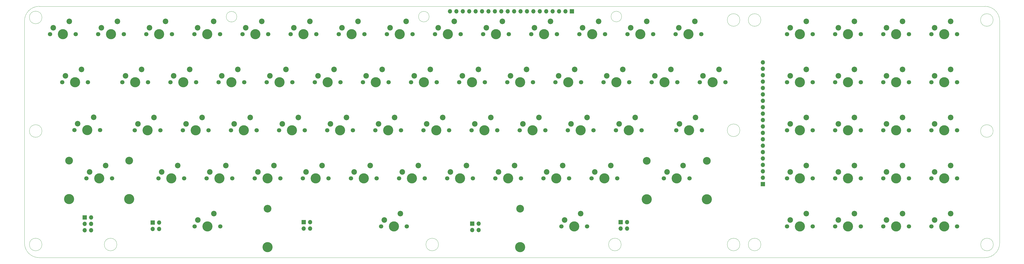
<source format=gts>
G04 #@! TF.GenerationSoftware,KiCad,Pcbnew,(5.1.9)-1*
G04 #@! TF.CreationDate,2021-03-31T21:28:56-04:00*
G04 #@! TF.ProjectId,petkn,7065746b-6e2e-46b6-9963-61645f706362,rev?*
G04 #@! TF.SameCoordinates,Original*
G04 #@! TF.FileFunction,Soldermask,Top*
G04 #@! TF.FilePolarity,Negative*
%FSLAX46Y46*%
G04 Gerber Fmt 4.6, Leading zero omitted, Abs format (unit mm)*
G04 Created by KiCad (PCBNEW (5.1.9)-1) date 2021-03-31 21:28:56*
%MOMM*%
%LPD*%
G01*
G04 APERTURE LIST*
G04 #@! TA.AperFunction,Profile*
%ADD10C,0.050000*%
G04 #@! TD*
%ADD11C,3.050000*%
%ADD12C,4.000000*%
%ADD13C,1.700000*%
%ADD14C,2.200000*%
%ADD15O,1.700000X1.700000*%
%ADD16R,1.700000X1.700000*%
G04 APERTURE END LIST*
D10*
X101351853Y-52705000D02*
G75*
G03*
X101351853Y-52705000I-2101353J0D01*
G01*
X253688353Y-52641500D02*
G75*
G03*
X253688353Y-52641500I-2101353J0D01*
G01*
X177482853Y-52666500D02*
G75*
G03*
X177482853Y-52666500I-2101353J0D01*
G01*
X300500000Y-143002000D02*
G75*
G03*
X300500000Y-143002000I-2500000J0D01*
G01*
X300500000Y-54000000D02*
G75*
G03*
X300500000Y-54000000I-2500000J0D01*
G01*
X300500000Y-97726500D02*
G75*
G03*
X300500000Y-97726500I-2500000J0D01*
G01*
X17272000Y-54419500D02*
X17272000Y-142367000D01*
X403352000Y-54419500D02*
X403352000Y-142367000D01*
X23114000Y-48577500D02*
X397510000Y-48577500D01*
X24217000Y-98000000D02*
G75*
G03*
X24217000Y-98000000I-2500000J0D01*
G01*
X24217000Y-53000000D02*
G75*
G03*
X24217000Y-53000000I-2500000J0D01*
G01*
X400772000Y-98000000D02*
G75*
G03*
X400772000Y-98000000I-2500000J0D01*
G01*
X23114000Y-148209000D02*
X397510000Y-148209000D01*
X397510000Y-48577500D02*
G75*
G02*
X403352000Y-54419500I0J-5842000D01*
G01*
X53871500Y-143000000D02*
G75*
G03*
X53871500Y-143000000I-2500000J0D01*
G01*
X24217000Y-143000000D02*
G75*
G03*
X24217000Y-143000000I-2500000J0D01*
G01*
X181189000Y-143000000D02*
G75*
G03*
X181189000Y-143000000I-2500000J0D01*
G01*
X253515500Y-143000000D02*
G75*
G03*
X253515500Y-143000000I-2500000J0D01*
G01*
X308824000Y-143000000D02*
G75*
G03*
X308824000Y-143000000I-2500000J0D01*
G01*
X400835500Y-143000000D02*
G75*
G03*
X400835500Y-143000000I-2500000J0D01*
G01*
X17272000Y-54419500D02*
G75*
G02*
X23114000Y-48577500I5842000J0D01*
G01*
X403352000Y-142367000D02*
G75*
G02*
X397510000Y-148209000I-5842000J0D01*
G01*
X308824000Y-54000000D02*
G75*
G03*
X308824000Y-54000000I-2500000J0D01*
G01*
X23114000Y-148209000D02*
G75*
G02*
X17272000Y-142367000I0J5842000D01*
G01*
X400772000Y-54000000D02*
G75*
G03*
X400772000Y-54000000I-2500000J0D01*
G01*
D11*
X213538000Y-128826500D03*
X113538000Y-128826500D03*
D12*
X113538000Y-144066500D03*
X213538000Y-144066500D03*
D13*
X168618000Y-135826500D03*
X158458000Y-135826500D03*
D12*
X163538000Y-135826500D03*
D14*
X159728000Y-133286500D03*
X166078000Y-130746500D03*
D15*
X70548500Y-136842500D03*
X68008500Y-136842500D03*
X70548500Y-134302500D03*
D16*
X68008500Y-134302500D03*
D15*
X130365500Y-136652000D03*
X127825500Y-136652000D03*
X130365500Y-134112000D03*
D16*
X127825500Y-134112000D03*
D15*
X197040500Y-137223500D03*
X194500500Y-137223500D03*
X197040500Y-134683500D03*
D16*
X194500500Y-134683500D03*
D15*
X255816100Y-136690100D03*
X253276100Y-136690100D03*
X255816100Y-134150100D03*
D16*
X253276100Y-134150100D03*
D15*
X43688000Y-137350500D03*
X41148000Y-137350500D03*
X43688000Y-134810500D03*
X41148000Y-134810500D03*
X43688000Y-132270500D03*
D16*
X41148000Y-132270500D03*
D13*
X47244000Y-97663000D03*
X37084000Y-97663000D03*
D12*
X42164000Y-97663000D03*
D14*
X38354000Y-95123000D03*
X44704000Y-92583000D03*
D13*
X94805500Y-135826500D03*
X84645500Y-135826500D03*
D12*
X89725500Y-135826500D03*
D14*
X85915500Y-133286500D03*
X92265500Y-130746500D03*
X35052000Y-54546500D03*
X28702000Y-57086500D03*
D12*
X32512000Y-59626500D03*
D13*
X27432000Y-59626500D03*
X37592000Y-59626500D03*
D11*
X287401000Y-109791500D03*
X263601000Y-109791500D03*
D12*
X263601000Y-125031500D03*
X287401000Y-125031500D03*
D13*
X280581000Y-116791500D03*
X270421000Y-116791500D03*
D12*
X275501000Y-116791500D03*
D14*
X271691000Y-114251500D03*
X278041000Y-111711500D03*
X187452000Y-54546500D03*
X181102000Y-57086500D03*
D12*
X184912000Y-59626500D03*
D13*
X179832000Y-59626500D03*
X189992000Y-59626500D03*
D15*
X309562500Y-70764400D03*
X309562500Y-73304400D03*
X309562500Y-75844400D03*
X309562500Y-78384400D03*
X309562500Y-80924400D03*
X309562500Y-83464400D03*
X309562500Y-86004400D03*
X309562500Y-88544400D03*
X309562500Y-91084400D03*
X309562500Y-93624400D03*
X309562500Y-96164400D03*
X309562500Y-98704400D03*
X309562500Y-101244400D03*
X309562500Y-103784400D03*
X309562500Y-106324400D03*
X309562500Y-108864400D03*
X309562500Y-111404400D03*
X309562500Y-113944400D03*
X309562500Y-116484400D03*
D16*
X309562500Y-119024400D03*
D13*
X209042000Y-59626500D03*
X198882000Y-59626500D03*
D12*
X203962000Y-59626500D03*
D14*
X200152000Y-57086500D03*
X206502000Y-54546500D03*
X196977000Y-73596500D03*
X190627000Y-76136500D03*
D12*
X194437000Y-78676500D03*
D13*
X189357000Y-78676500D03*
X199517000Y-78676500D03*
X75692000Y-59626500D03*
X65532000Y-59626500D03*
D12*
X70612000Y-59626500D03*
D14*
X66802000Y-57086500D03*
X73152000Y-54546500D03*
D13*
X228092000Y-59626500D03*
X217932000Y-59626500D03*
D12*
X223012000Y-59626500D03*
D14*
X219202000Y-57086500D03*
X225552000Y-54546500D03*
D13*
X348361000Y-135839200D03*
X338201000Y-135839200D03*
D12*
X343281000Y-135839200D03*
D14*
X339471000Y-133299200D03*
X345821000Y-130759200D03*
X111252000Y-54546500D03*
X104902000Y-57086500D03*
D12*
X108712000Y-59626500D03*
D13*
X103632000Y-59626500D03*
X113792000Y-59626500D03*
X151892000Y-59626500D03*
X141732000Y-59626500D03*
D12*
X146812000Y-59626500D03*
D14*
X143002000Y-57086500D03*
X149352000Y-54546500D03*
D13*
X240030000Y-135826500D03*
X229870000Y-135826500D03*
D12*
X234950000Y-135826500D03*
D14*
X231140000Y-133286500D03*
X237490000Y-130746500D03*
D13*
X285496000Y-97726500D03*
X275336000Y-97726500D03*
D12*
X280416000Y-97726500D03*
D14*
X276606000Y-95186500D03*
X282956000Y-92646500D03*
D11*
X58763000Y-109776500D03*
X34963000Y-109776500D03*
D12*
X34963000Y-125016500D03*
X58763000Y-125016500D03*
D13*
X51943000Y-116776500D03*
X41783000Y-116776500D03*
D12*
X46863000Y-116776500D03*
D14*
X43053000Y-114236500D03*
X49403000Y-111696500D03*
D13*
X42354500Y-78676500D03*
X32194500Y-78676500D03*
D12*
X37274500Y-78676500D03*
D14*
X33464500Y-76136500D03*
X39814500Y-73596500D03*
D15*
X185737500Y-50546000D03*
X188277500Y-50546000D03*
X190817500Y-50546000D03*
X193357500Y-50546000D03*
X195897500Y-50546000D03*
X198437500Y-50546000D03*
X200977500Y-50546000D03*
X203517500Y-50546000D03*
X206057500Y-50546000D03*
X208597500Y-50546000D03*
X211137500Y-50546000D03*
X213677500Y-50546000D03*
X216217500Y-50546000D03*
X218757500Y-50546000D03*
X221297500Y-50546000D03*
X223837500Y-50546000D03*
X226377500Y-50546000D03*
X228917500Y-50546000D03*
X231457500Y-50546000D03*
D16*
X233997500Y-50546000D03*
D14*
X383921000Y-130759200D03*
X377571000Y-133299200D03*
D12*
X381381000Y-135839200D03*
D13*
X376301000Y-135839200D03*
X386461000Y-135839200D03*
X261620000Y-97726500D03*
X251460000Y-97726500D03*
D12*
X256540000Y-97726500D03*
D14*
X252730000Y-95186500D03*
X259080000Y-92646500D03*
X273177000Y-73596500D03*
X266827000Y-76136500D03*
D12*
X270637000Y-78676500D03*
D13*
X265557000Y-78676500D03*
X275717000Y-78676500D03*
D14*
X263652000Y-54546500D03*
X257302000Y-57086500D03*
D12*
X261112000Y-59626500D03*
D13*
X256032000Y-59626500D03*
X266192000Y-59626500D03*
D14*
X364871000Y-130759200D03*
X358521000Y-133299200D03*
D12*
X362331000Y-135839200D03*
D13*
X357251000Y-135839200D03*
X367411000Y-135839200D03*
X329311000Y-135839200D03*
X319151000Y-135839200D03*
D12*
X324231000Y-135839200D03*
D14*
X320421000Y-133299200D03*
X326771000Y-130759200D03*
D13*
X294767000Y-78676500D03*
X284607000Y-78676500D03*
D12*
X289687000Y-78676500D03*
D14*
X285877000Y-76136500D03*
X292227000Y-73596500D03*
D13*
X285242000Y-59626500D03*
X275082000Y-59626500D03*
D12*
X280162000Y-59626500D03*
D14*
X276352000Y-57086500D03*
X282702000Y-54546500D03*
X383921000Y-111709200D03*
X377571000Y-114249200D03*
D12*
X381381000Y-116789200D03*
D13*
X376301000Y-116789200D03*
X386461000Y-116789200D03*
X348361000Y-116789200D03*
X338201000Y-116789200D03*
D12*
X343281000Y-116789200D03*
D14*
X339471000Y-114249200D03*
X345821000Y-111709200D03*
D13*
X251968000Y-116776500D03*
X241808000Y-116776500D03*
D12*
X246888000Y-116776500D03*
D14*
X243078000Y-114236500D03*
X249428000Y-111696500D03*
X211328000Y-111696500D03*
X204978000Y-114236500D03*
D12*
X208788000Y-116776500D03*
D13*
X203708000Y-116776500D03*
X213868000Y-116776500D03*
X175768000Y-116776500D03*
X165608000Y-116776500D03*
D12*
X170688000Y-116776500D03*
D14*
X166878000Y-114236500D03*
X173228000Y-111696500D03*
X135128000Y-111696500D03*
X128778000Y-114236500D03*
D12*
X132588000Y-116776500D03*
D13*
X127508000Y-116776500D03*
X137668000Y-116776500D03*
X99568000Y-116776500D03*
X89408000Y-116776500D03*
D12*
X94488000Y-116776500D03*
D14*
X90678000Y-114236500D03*
X97028000Y-111696500D03*
X364871000Y-111709200D03*
X358521000Y-114249200D03*
D12*
X362331000Y-116789200D03*
D13*
X357251000Y-116789200D03*
X367411000Y-116789200D03*
X329311000Y-116789200D03*
X319151000Y-116789200D03*
D12*
X324231000Y-116789200D03*
D14*
X320421000Y-114249200D03*
X326771000Y-111709200D03*
D13*
X232918000Y-116776500D03*
X222758000Y-116776500D03*
D12*
X227838000Y-116776500D03*
D14*
X224028000Y-114236500D03*
X230378000Y-111696500D03*
X192278000Y-111696500D03*
X185928000Y-114236500D03*
D12*
X189738000Y-116776500D03*
D13*
X184658000Y-116776500D03*
X194818000Y-116776500D03*
X156718000Y-116776500D03*
X146558000Y-116776500D03*
D12*
X151638000Y-116776500D03*
D14*
X147828000Y-114236500D03*
X154178000Y-111696500D03*
X116078000Y-111696500D03*
X109728000Y-114236500D03*
D12*
X113538000Y-116776500D03*
D13*
X108458000Y-116776500D03*
X118618000Y-116776500D03*
X80518000Y-116776500D03*
X70358000Y-116776500D03*
D12*
X75438000Y-116776500D03*
D14*
X71628000Y-114236500D03*
X77978000Y-111696500D03*
X383921000Y-92659200D03*
X377571000Y-95199200D03*
D12*
X381381000Y-97739200D03*
D13*
X376301000Y-97739200D03*
X386461000Y-97739200D03*
X348361000Y-97739200D03*
X338201000Y-97739200D03*
D12*
X343281000Y-97739200D03*
D14*
X339471000Y-95199200D03*
X345821000Y-92659200D03*
D13*
X242570000Y-97726500D03*
X232410000Y-97726500D03*
D12*
X237490000Y-97726500D03*
D14*
X233680000Y-95186500D03*
X240030000Y-92646500D03*
X201930000Y-92646500D03*
X195580000Y-95186500D03*
D12*
X199390000Y-97726500D03*
D13*
X194310000Y-97726500D03*
X204470000Y-97726500D03*
X166370000Y-97726500D03*
X156210000Y-97726500D03*
D12*
X161290000Y-97726500D03*
D14*
X157480000Y-95186500D03*
X163830000Y-92646500D03*
X125730000Y-92646500D03*
X119380000Y-95186500D03*
D12*
X123190000Y-97726500D03*
D13*
X118110000Y-97726500D03*
X128270000Y-97726500D03*
X90170000Y-97726500D03*
X80010000Y-97726500D03*
D12*
X85090000Y-97726500D03*
D14*
X81280000Y-95186500D03*
X87630000Y-92646500D03*
X364871000Y-92659200D03*
X358521000Y-95199200D03*
D12*
X362331000Y-97739200D03*
D13*
X357251000Y-97739200D03*
X367411000Y-97739200D03*
X329311000Y-97739200D03*
X319151000Y-97739200D03*
D12*
X324231000Y-97739200D03*
D14*
X320421000Y-95199200D03*
X326771000Y-92659200D03*
D13*
X223520000Y-97726500D03*
X213360000Y-97726500D03*
D12*
X218440000Y-97726500D03*
D14*
X214630000Y-95186500D03*
X220980000Y-92646500D03*
X182880000Y-92646500D03*
X176530000Y-95186500D03*
D12*
X180340000Y-97726500D03*
D13*
X175260000Y-97726500D03*
X185420000Y-97726500D03*
X147320000Y-97726500D03*
X137160000Y-97726500D03*
D12*
X142240000Y-97726500D03*
D14*
X138430000Y-95186500D03*
X144780000Y-92646500D03*
X106680000Y-92646500D03*
X100330000Y-95186500D03*
D12*
X104140000Y-97726500D03*
D13*
X99060000Y-97726500D03*
X109220000Y-97726500D03*
X71120000Y-97726500D03*
X60960000Y-97726500D03*
D12*
X66040000Y-97726500D03*
D14*
X62230000Y-95186500D03*
X68580000Y-92646500D03*
X383921000Y-73609200D03*
X377571000Y-76149200D03*
D12*
X381381000Y-78689200D03*
D13*
X376301000Y-78689200D03*
X386461000Y-78689200D03*
X348361000Y-78689200D03*
X338201000Y-78689200D03*
D12*
X343281000Y-78689200D03*
D14*
X339471000Y-76149200D03*
X345821000Y-73609200D03*
D13*
X237617000Y-78676500D03*
X227457000Y-78676500D03*
D12*
X232537000Y-78676500D03*
D14*
X228727000Y-76136500D03*
X235077000Y-73596500D03*
D13*
X161417000Y-78676500D03*
X151257000Y-78676500D03*
D12*
X156337000Y-78676500D03*
D14*
X152527000Y-76136500D03*
X158877000Y-73596500D03*
X120777000Y-73596500D03*
X114427000Y-76136500D03*
D12*
X118237000Y-78676500D03*
D13*
X113157000Y-78676500D03*
X123317000Y-78676500D03*
X85217000Y-78676500D03*
X75057000Y-78676500D03*
D12*
X80137000Y-78676500D03*
D14*
X76327000Y-76136500D03*
X82677000Y-73596500D03*
X364871000Y-73609200D03*
X358521000Y-76149200D03*
D12*
X362331000Y-78689200D03*
D13*
X357251000Y-78689200D03*
X367411000Y-78689200D03*
X329311000Y-78689200D03*
X319151000Y-78689200D03*
D12*
X324231000Y-78689200D03*
D14*
X320421000Y-76149200D03*
X326771000Y-73609200D03*
X254127000Y-73596500D03*
X247777000Y-76136500D03*
D12*
X251587000Y-78676500D03*
D13*
X246507000Y-78676500D03*
X256667000Y-78676500D03*
X218567000Y-78676500D03*
X208407000Y-78676500D03*
D12*
X213487000Y-78676500D03*
D14*
X209677000Y-76136500D03*
X216027000Y-73596500D03*
X177927000Y-73596500D03*
X171577000Y-76136500D03*
D12*
X175387000Y-78676500D03*
D13*
X170307000Y-78676500D03*
X180467000Y-78676500D03*
X142367000Y-78676500D03*
X132207000Y-78676500D03*
D12*
X137287000Y-78676500D03*
D14*
X133477000Y-76136500D03*
X139827000Y-73596500D03*
X101727000Y-73596500D03*
X95377000Y-76136500D03*
D12*
X99187000Y-78676500D03*
D13*
X94107000Y-78676500D03*
X104267000Y-78676500D03*
X66167000Y-78676500D03*
X56007000Y-78676500D03*
D12*
X61087000Y-78676500D03*
D14*
X57277000Y-76136500D03*
X63627000Y-73596500D03*
X383921000Y-54559200D03*
X377571000Y-57099200D03*
D12*
X381381000Y-59639200D03*
D13*
X376301000Y-59639200D03*
X386461000Y-59639200D03*
X348361000Y-59639200D03*
X338201000Y-59639200D03*
D12*
X343281000Y-59639200D03*
D14*
X339471000Y-57099200D03*
X345821000Y-54559200D03*
X364871000Y-54559200D03*
X358521000Y-57099200D03*
D12*
X362331000Y-59639200D03*
D13*
X357251000Y-59639200D03*
X367411000Y-59639200D03*
X329311000Y-59639200D03*
X319151000Y-59639200D03*
D12*
X324231000Y-59639200D03*
D14*
X320421000Y-57099200D03*
X326771000Y-54559200D03*
X244602000Y-54546500D03*
X238252000Y-57086500D03*
D12*
X242062000Y-59626500D03*
D13*
X236982000Y-59626500D03*
X247142000Y-59626500D03*
D14*
X168402000Y-54546500D03*
X162052000Y-57086500D03*
D12*
X165862000Y-59626500D03*
D13*
X160782000Y-59626500D03*
X170942000Y-59626500D03*
X132842000Y-59626500D03*
X122682000Y-59626500D03*
D12*
X127762000Y-59626500D03*
D14*
X123952000Y-57086500D03*
X130302000Y-54546500D03*
X92202000Y-54546500D03*
X85852000Y-57086500D03*
D12*
X89662000Y-59626500D03*
D13*
X84582000Y-59626500D03*
X94742000Y-59626500D03*
X56642000Y-59626500D03*
X46482000Y-59626500D03*
D12*
X51562000Y-59626500D03*
D14*
X47752000Y-57086500D03*
X54102000Y-54546500D03*
M02*

</source>
